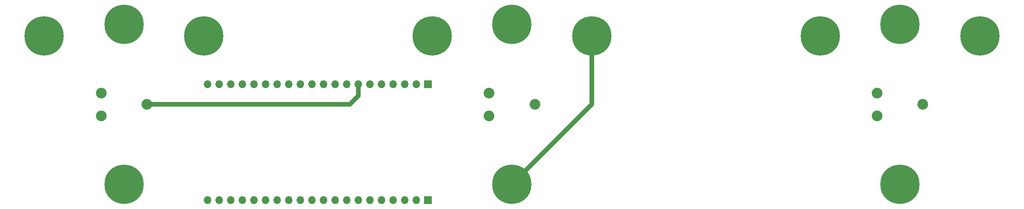
<source format=gbr>
G04 #@! TF.GenerationSoftware,KiCad,Pcbnew,(5.1.6)-1*
G04 #@! TF.CreationDate,2020-09-05T20:44:27+02:00*
G04 #@! TF.ProjectId,netmeter_base,6e65746d-6574-4657-925f-626173652e6b,rev?*
G04 #@! TF.SameCoordinates,Original*
G04 #@! TF.FileFunction,Copper,L2,Bot*
G04 #@! TF.FilePolarity,Positive*
%FSLAX46Y46*%
G04 Gerber Fmt 4.6, Leading zero omitted, Abs format (unit mm)*
G04 Created by KiCad (PCBNEW (5.1.6)-1) date 2020-09-05 20:44:27*
%MOMM*%
%LPD*%
G01*
G04 APERTURE LIST*
G04 #@! TA.AperFunction,ComponentPad*
%ADD10C,8.600000*%
G04 #@! TD*
G04 #@! TA.AperFunction,ComponentPad*
%ADD11C,0.900000*%
G04 #@! TD*
G04 #@! TA.AperFunction,ComponentPad*
%ADD12O,1.700000X1.700000*%
G04 #@! TD*
G04 #@! TA.AperFunction,ComponentPad*
%ADD13R,1.700000X1.700000*%
G04 #@! TD*
G04 #@! TA.AperFunction,ComponentPad*
%ADD14C,2.340000*%
G04 #@! TD*
G04 #@! TA.AperFunction,Conductor*
%ADD15C,1.000000*%
G04 #@! TD*
G04 APERTURE END LIST*
D10*
X40000000Y-60000000D03*
D11*
X43225000Y-60000000D03*
X42280419Y-62280419D03*
X40000000Y-63225000D03*
X37719581Y-62280419D03*
X36775000Y-60000000D03*
X37719581Y-57719581D03*
X40000000Y-56775000D03*
X42280419Y-57719581D03*
X77280419Y-57719581D03*
X75000000Y-56775000D03*
X72719581Y-57719581D03*
X71775000Y-60000000D03*
X72719581Y-62280419D03*
X75000000Y-63225000D03*
X77280419Y-62280419D03*
X78225000Y-60000000D03*
D10*
X75000000Y-60000000D03*
D11*
X127280419Y-57719581D03*
X125000000Y-56775000D03*
X122719581Y-57719581D03*
X121775000Y-60000000D03*
X122719581Y-62280419D03*
X125000000Y-63225000D03*
X127280419Y-62280419D03*
X128225000Y-60000000D03*
D10*
X125000000Y-60000000D03*
D11*
X162280419Y-57719581D03*
X160000000Y-56775000D03*
X157719581Y-57719581D03*
X156775000Y-60000000D03*
X157719581Y-62280419D03*
X160000000Y-63225000D03*
X162280419Y-62280419D03*
X163225000Y-60000000D03*
D10*
X160000000Y-60000000D03*
X210000000Y-60000000D03*
D11*
X213225000Y-60000000D03*
X212280419Y-62280419D03*
X210000000Y-63225000D03*
X207719581Y-62280419D03*
X206775000Y-60000000D03*
X207719581Y-57719581D03*
X210000000Y-56775000D03*
X212280419Y-57719581D03*
D10*
X245000000Y-60000000D03*
D11*
X248225000Y-60000000D03*
X247280419Y-62280419D03*
X245000000Y-63225000D03*
X242719581Y-62280419D03*
X241775000Y-60000000D03*
X242719581Y-57719581D03*
X245000000Y-56775000D03*
X247280419Y-57719581D03*
D12*
X75865000Y-70600000D03*
X78405000Y-70600000D03*
X80945000Y-70600000D03*
X83485000Y-70600000D03*
X86025000Y-70600000D03*
X88565000Y-70600000D03*
X91105000Y-70600000D03*
X93645000Y-70600000D03*
X96185000Y-70600000D03*
X98725000Y-70600000D03*
X101265000Y-70600000D03*
X103805000Y-70600000D03*
X106345000Y-70600000D03*
X108885000Y-70600000D03*
X111425000Y-70600000D03*
X113965000Y-70600000D03*
X116505000Y-70600000D03*
X119045000Y-70600000D03*
X121585000Y-70600000D03*
D13*
X124125000Y-70600000D03*
X124125000Y-96000000D03*
D12*
X121585000Y-96000000D03*
X119045000Y-96000000D03*
X116505000Y-96000000D03*
X113965000Y-96000000D03*
X111425000Y-96000000D03*
X108885000Y-96000000D03*
X106345000Y-96000000D03*
X103805000Y-96000000D03*
X101265000Y-96000000D03*
X98725000Y-96000000D03*
X96185000Y-96000000D03*
X93645000Y-96000000D03*
X91105000Y-96000000D03*
X88565000Y-96000000D03*
X86025000Y-96000000D03*
X83485000Y-96000000D03*
X80945000Y-96000000D03*
X78405000Y-96000000D03*
X75865000Y-96000000D03*
D10*
X57500000Y-57500000D03*
D11*
X60725000Y-57500000D03*
X59780419Y-59780419D03*
X57500000Y-60725000D03*
X55219581Y-59780419D03*
X54275000Y-57500000D03*
X55219581Y-55219581D03*
X57500000Y-54275000D03*
X59780419Y-55219581D03*
X59780419Y-90219581D03*
X57500000Y-89275000D03*
X55219581Y-90219581D03*
X54275000Y-92500000D03*
X55219581Y-94780419D03*
X57500000Y-95725000D03*
X59780419Y-94780419D03*
X60725000Y-92500000D03*
D10*
X57500000Y-92500000D03*
D11*
X144780419Y-55219581D03*
X142500000Y-54275000D03*
X140219581Y-55219581D03*
X139275000Y-57500000D03*
X140219581Y-59780419D03*
X142500000Y-60725000D03*
X144780419Y-59780419D03*
X145725000Y-57500000D03*
D10*
X142500000Y-57500000D03*
D11*
X144780419Y-90219581D03*
X142500000Y-89275000D03*
X140219581Y-90219581D03*
X139275000Y-92500000D03*
X140219581Y-94780419D03*
X142500000Y-95725000D03*
X144780419Y-94780419D03*
X145725000Y-92500000D03*
D10*
X142500000Y-92500000D03*
X227500000Y-57500000D03*
D11*
X230725000Y-57500000D03*
X229780419Y-59780419D03*
X227500000Y-60725000D03*
X225219581Y-59780419D03*
X224275000Y-57500000D03*
X225219581Y-55219581D03*
X227500000Y-54275000D03*
X229780419Y-55219581D03*
X229780419Y-90219581D03*
X227500000Y-89275000D03*
X225219581Y-90219581D03*
X224275000Y-92500000D03*
X225219581Y-94780419D03*
X227500000Y-95725000D03*
X229780419Y-94780419D03*
X230725000Y-92500000D03*
D10*
X227500000Y-92500000D03*
D14*
X52500000Y-77500000D03*
X62500000Y-75000000D03*
X52500000Y-72500000D03*
X137500000Y-72500000D03*
X147500000Y-75000000D03*
X137500000Y-77500000D03*
X222500000Y-77500000D03*
X232500000Y-75000000D03*
X222500000Y-72500000D03*
D15*
X160000000Y-75000000D02*
X160000000Y-60000000D01*
X142500000Y-92500000D02*
X160000000Y-75000000D01*
X62500000Y-75000000D02*
X107000000Y-75000000D01*
X108885000Y-73115000D02*
X108885000Y-70600000D01*
X107000000Y-75000000D02*
X108885000Y-73115000D01*
M02*

</source>
